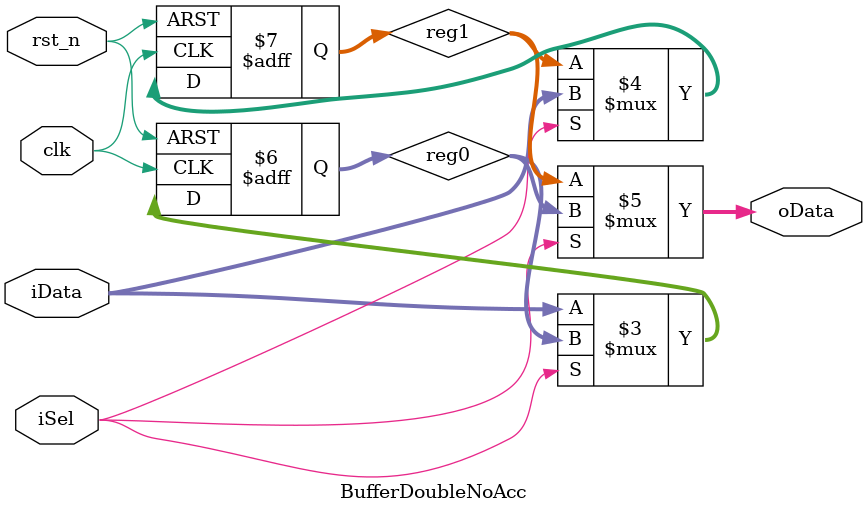
<source format=sv>
module BufferDoubleNoAcc #(
    parameter IWID = 8,
    parameter OWID = IWID
) (
    input logic clk,
    input logic rst_n,
    input logic iSel,
    input logic [IWID - 1 : 0] iData,
    output logic [OWID - 1 : 0] oData
);

    logic [OWID - 1 : 0] reg0;
    logic [OWID - 1 : 0] reg1;

    // iSel == 0 means that reg0 is loaded, and reg1 is output
    always @(posedge clk or negedge rst_n) begin
        if (~rst_n) begin
            reg0 <= 'b0;
            reg1 <= 'b0;
        end
        else begin
            reg0 <= iSel ? reg0 : iData;
            reg1 <= iSel ? iData : reg1;
        end
    end
    assign oData = iSel ? reg0 : reg1;

endmodule
</source>
